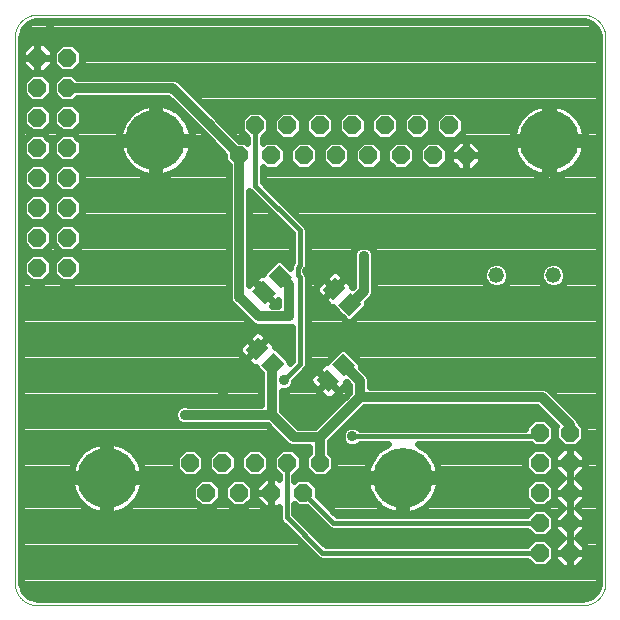
<source format=gbl>
G75*
%MOIN*%
%OFA0B0*%
%FSLAX25Y25*%
%IPPOS*%
%LPD*%
%AMOC8*
5,1,8,0,0,1.08239X$1,22.5*
%
%ADD10C,0.00000*%
%ADD11OC8,0.06000*%
%ADD12C,0.20000*%
%ADD13C,0.05200*%
%ADD14R,0.05118X0.05906*%
%ADD15C,0.03562*%
%ADD16C,0.03200*%
%ADD17C,0.02400*%
%ADD18C,0.01600*%
D10*
X0014700Y0027800D02*
X0196550Y0027800D01*
X0196731Y0027802D01*
X0196912Y0027809D01*
X0197093Y0027820D01*
X0197274Y0027835D01*
X0197454Y0027855D01*
X0197634Y0027879D01*
X0197813Y0027907D01*
X0197991Y0027940D01*
X0198168Y0027977D01*
X0198345Y0028018D01*
X0198520Y0028063D01*
X0198695Y0028113D01*
X0198868Y0028167D01*
X0199039Y0028225D01*
X0199210Y0028287D01*
X0199378Y0028354D01*
X0199545Y0028424D01*
X0199711Y0028498D01*
X0199874Y0028577D01*
X0200035Y0028659D01*
X0200195Y0028745D01*
X0200352Y0028835D01*
X0200507Y0028929D01*
X0200660Y0029026D01*
X0200810Y0029128D01*
X0200958Y0029232D01*
X0201104Y0029341D01*
X0201246Y0029452D01*
X0201386Y0029568D01*
X0201523Y0029686D01*
X0201658Y0029808D01*
X0201789Y0029933D01*
X0201917Y0030061D01*
X0202042Y0030192D01*
X0202164Y0030327D01*
X0202282Y0030464D01*
X0202398Y0030604D01*
X0202509Y0030746D01*
X0202618Y0030892D01*
X0202722Y0031040D01*
X0202824Y0031190D01*
X0202921Y0031343D01*
X0203015Y0031498D01*
X0203105Y0031655D01*
X0203191Y0031815D01*
X0203273Y0031976D01*
X0203352Y0032139D01*
X0203426Y0032305D01*
X0203496Y0032472D01*
X0203563Y0032640D01*
X0203625Y0032811D01*
X0203683Y0032982D01*
X0203737Y0033155D01*
X0203787Y0033330D01*
X0203832Y0033505D01*
X0203873Y0033682D01*
X0203910Y0033859D01*
X0203943Y0034037D01*
X0203971Y0034216D01*
X0203995Y0034396D01*
X0204015Y0034576D01*
X0204030Y0034757D01*
X0204041Y0034938D01*
X0204048Y0035119D01*
X0204050Y0035300D01*
X0204050Y0217150D01*
X0204048Y0217331D01*
X0204041Y0217512D01*
X0204030Y0217693D01*
X0204015Y0217874D01*
X0203995Y0218054D01*
X0203971Y0218234D01*
X0203943Y0218413D01*
X0203910Y0218591D01*
X0203873Y0218768D01*
X0203832Y0218945D01*
X0203787Y0219120D01*
X0203737Y0219295D01*
X0203683Y0219468D01*
X0203625Y0219639D01*
X0203563Y0219810D01*
X0203496Y0219978D01*
X0203426Y0220145D01*
X0203352Y0220311D01*
X0203273Y0220474D01*
X0203191Y0220635D01*
X0203105Y0220795D01*
X0203015Y0220952D01*
X0202921Y0221107D01*
X0202824Y0221260D01*
X0202722Y0221410D01*
X0202618Y0221558D01*
X0202509Y0221704D01*
X0202398Y0221846D01*
X0202282Y0221986D01*
X0202164Y0222123D01*
X0202042Y0222258D01*
X0201917Y0222389D01*
X0201789Y0222517D01*
X0201658Y0222642D01*
X0201523Y0222764D01*
X0201386Y0222882D01*
X0201246Y0222998D01*
X0201104Y0223109D01*
X0200958Y0223218D01*
X0200810Y0223322D01*
X0200660Y0223424D01*
X0200507Y0223521D01*
X0200352Y0223615D01*
X0200195Y0223705D01*
X0200035Y0223791D01*
X0199874Y0223873D01*
X0199711Y0223952D01*
X0199545Y0224026D01*
X0199378Y0224096D01*
X0199210Y0224163D01*
X0199039Y0224225D01*
X0198868Y0224283D01*
X0198695Y0224337D01*
X0198520Y0224387D01*
X0198345Y0224432D01*
X0198168Y0224473D01*
X0197991Y0224510D01*
X0197813Y0224543D01*
X0197634Y0224571D01*
X0197454Y0224595D01*
X0197274Y0224615D01*
X0197093Y0224630D01*
X0196912Y0224641D01*
X0196731Y0224648D01*
X0196550Y0224650D01*
X0014700Y0224650D01*
X0014519Y0224648D01*
X0014338Y0224641D01*
X0014157Y0224630D01*
X0013976Y0224615D01*
X0013796Y0224595D01*
X0013616Y0224571D01*
X0013437Y0224543D01*
X0013259Y0224510D01*
X0013082Y0224473D01*
X0012905Y0224432D01*
X0012730Y0224387D01*
X0012555Y0224337D01*
X0012382Y0224283D01*
X0012211Y0224225D01*
X0012040Y0224163D01*
X0011872Y0224096D01*
X0011705Y0224026D01*
X0011539Y0223952D01*
X0011376Y0223873D01*
X0011215Y0223791D01*
X0011055Y0223705D01*
X0010898Y0223615D01*
X0010743Y0223521D01*
X0010590Y0223424D01*
X0010440Y0223322D01*
X0010292Y0223218D01*
X0010146Y0223109D01*
X0010004Y0222998D01*
X0009864Y0222882D01*
X0009727Y0222764D01*
X0009592Y0222642D01*
X0009461Y0222517D01*
X0009333Y0222389D01*
X0009208Y0222258D01*
X0009086Y0222123D01*
X0008968Y0221986D01*
X0008852Y0221846D01*
X0008741Y0221704D01*
X0008632Y0221558D01*
X0008528Y0221410D01*
X0008426Y0221260D01*
X0008329Y0221107D01*
X0008235Y0220952D01*
X0008145Y0220795D01*
X0008059Y0220635D01*
X0007977Y0220474D01*
X0007898Y0220311D01*
X0007824Y0220145D01*
X0007754Y0219978D01*
X0007687Y0219810D01*
X0007625Y0219639D01*
X0007567Y0219468D01*
X0007513Y0219295D01*
X0007463Y0219120D01*
X0007418Y0218945D01*
X0007377Y0218768D01*
X0007340Y0218591D01*
X0007307Y0218413D01*
X0007279Y0218234D01*
X0007255Y0218054D01*
X0007235Y0217874D01*
X0007220Y0217693D01*
X0007209Y0217512D01*
X0007202Y0217331D01*
X0007200Y0217150D01*
X0007200Y0035300D01*
X0007202Y0035119D01*
X0007209Y0034938D01*
X0007220Y0034757D01*
X0007235Y0034576D01*
X0007255Y0034396D01*
X0007279Y0034216D01*
X0007307Y0034037D01*
X0007340Y0033859D01*
X0007377Y0033682D01*
X0007418Y0033505D01*
X0007463Y0033330D01*
X0007513Y0033155D01*
X0007567Y0032982D01*
X0007625Y0032811D01*
X0007687Y0032640D01*
X0007754Y0032472D01*
X0007824Y0032305D01*
X0007898Y0032139D01*
X0007977Y0031976D01*
X0008059Y0031815D01*
X0008145Y0031655D01*
X0008235Y0031498D01*
X0008329Y0031343D01*
X0008426Y0031190D01*
X0008528Y0031040D01*
X0008632Y0030892D01*
X0008741Y0030746D01*
X0008852Y0030604D01*
X0008968Y0030464D01*
X0009086Y0030327D01*
X0009208Y0030192D01*
X0009333Y0030061D01*
X0009461Y0029933D01*
X0009592Y0029808D01*
X0009727Y0029686D01*
X0009864Y0029568D01*
X0010004Y0029452D01*
X0010146Y0029341D01*
X0010292Y0029232D01*
X0010440Y0029128D01*
X0010590Y0029026D01*
X0010743Y0028929D01*
X0010898Y0028835D01*
X0011055Y0028745D01*
X0011215Y0028659D01*
X0011376Y0028577D01*
X0011539Y0028498D01*
X0011705Y0028424D01*
X0011872Y0028354D01*
X0012040Y0028287D01*
X0012211Y0028225D01*
X0012382Y0028167D01*
X0012555Y0028113D01*
X0012730Y0028063D01*
X0012905Y0028018D01*
X0013082Y0027977D01*
X0013259Y0027940D01*
X0013437Y0027907D01*
X0013616Y0027879D01*
X0013796Y0027855D01*
X0013976Y0027835D01*
X0014157Y0027820D01*
X0014338Y0027809D01*
X0014519Y0027802D01*
X0014700Y0027800D01*
D11*
X0065600Y0075300D03*
X0071000Y0065300D03*
X0076400Y0075300D03*
X0081800Y0065300D03*
X0087200Y0075300D03*
X0092600Y0065300D03*
X0098000Y0075300D03*
X0103400Y0065300D03*
X0108800Y0075300D03*
X0182200Y0075300D03*
X0182200Y0065300D03*
X0182200Y0055300D03*
X0182200Y0045300D03*
X0192200Y0045300D03*
X0192200Y0055300D03*
X0192200Y0065300D03*
X0192200Y0075300D03*
X0192200Y0085300D03*
X0182200Y0085300D03*
X0157500Y0177800D03*
X0152100Y0187800D03*
X0146700Y0177800D03*
X0141300Y0187800D03*
X0135900Y0177800D03*
X0130500Y0187800D03*
X0125100Y0177800D03*
X0119700Y0187800D03*
X0114300Y0177800D03*
X0108900Y0187800D03*
X0103500Y0177800D03*
X0098100Y0187800D03*
X0092700Y0177800D03*
X0087300Y0187800D03*
X0081900Y0177800D03*
X0024700Y0180300D03*
X0024700Y0170300D03*
X0024700Y0160300D03*
X0024700Y0150300D03*
X0024700Y0140300D03*
X0014700Y0140300D03*
X0014700Y0150300D03*
X0014700Y0160300D03*
X0014700Y0170300D03*
X0014700Y0180300D03*
X0014700Y0190300D03*
X0014700Y0200300D03*
X0014700Y0210300D03*
X0024700Y0210300D03*
X0024700Y0200300D03*
X0024700Y0190300D03*
D12*
X0054100Y0182800D03*
X0037900Y0070300D03*
X0136500Y0070300D03*
X0185300Y0182800D03*
D13*
X0186700Y0137800D03*
X0167700Y0137800D03*
D14*
G36*
X0119239Y0131918D02*
X0122858Y0128299D01*
X0118683Y0124124D01*
X0115064Y0127743D01*
X0119239Y0131918D01*
G37*
G36*
X0113949Y0137208D02*
X0117568Y0133589D01*
X0113393Y0129414D01*
X0109774Y0133033D01*
X0113949Y0137208D01*
G37*
G36*
X0091680Y0137705D02*
X0095299Y0141324D01*
X0099474Y0137149D01*
X0095855Y0133530D01*
X0091680Y0137705D01*
G37*
G36*
X0086391Y0132416D02*
X0090010Y0136035D01*
X0094185Y0131860D01*
X0090566Y0128241D01*
X0086391Y0132416D01*
G37*
G36*
X0088217Y0117208D02*
X0091836Y0113589D01*
X0087661Y0109414D01*
X0084042Y0113033D01*
X0088217Y0117208D01*
G37*
G36*
X0093507Y0111918D02*
X0097126Y0108299D01*
X0092951Y0104124D01*
X0089332Y0107743D01*
X0093507Y0111918D01*
G37*
G36*
X0107641Y0102933D02*
X0111260Y0106552D01*
X0115435Y0102377D01*
X0111816Y0098758D01*
X0107641Y0102933D01*
G37*
G36*
X0112930Y0108223D02*
X0116549Y0111842D01*
X0120724Y0107667D01*
X0117105Y0104048D01*
X0112930Y0108223D01*
G37*
D15*
X0110950Y0102800D03*
X0106575Y0089050D03*
X0096784Y0102800D03*
X0098450Y0124050D03*
X0104700Y0139050D03*
X0112825Y0132800D03*
X0123450Y0144050D03*
X0124700Y0119050D03*
X0119700Y0084050D03*
X0158450Y0089050D03*
X0100950Y0161550D03*
X0087825Y0152175D03*
X0075950Y0166550D03*
X0073450Y0138425D03*
X0069700Y0119050D03*
X0076575Y0097800D03*
X0063918Y0091297D03*
X0163450Y0164050D03*
X0019075Y0221550D03*
D16*
X0024700Y0200300D02*
X0059700Y0200300D01*
X0072200Y0187800D01*
X0081900Y0177800D01*
X0081900Y0130600D01*
X0088450Y0124050D01*
X0098450Y0124050D01*
X0098450Y0134554D01*
X0095577Y0137427D01*
X0118961Y0128021D02*
X0123450Y0132511D01*
X0123450Y0144050D01*
X0116827Y0107945D02*
X0122121Y0102651D01*
X0122121Y0097175D01*
X0182825Y0097175D01*
X0192200Y0087800D01*
X0192200Y0085300D01*
X0122121Y0097175D02*
X0108800Y0083854D01*
X0100246Y0083854D01*
X0092803Y0091297D01*
X0092803Y0107596D01*
X0093229Y0108021D01*
X0092803Y0091297D02*
X0063918Y0091297D01*
X0108800Y0083854D02*
X0108800Y0075300D01*
D17*
X0104881Y0078169D02*
X0101919Y0078169D01*
X0102800Y0077288D02*
X0099988Y0080100D01*
X0096012Y0080100D01*
X0093200Y0077288D01*
X0093200Y0073312D01*
X0095225Y0071287D01*
X0095225Y0070029D01*
X0094754Y0070500D01*
X0092600Y0070500D01*
X0092600Y0065300D01*
X0092600Y0065300D01*
X0092600Y0060100D01*
X0094754Y0060100D01*
X0095225Y0060571D01*
X0095225Y0056658D01*
X0095621Y0055702D01*
X0096352Y0054971D01*
X0108227Y0043096D01*
X0109183Y0042700D01*
X0178012Y0042700D01*
X0180212Y0040500D01*
X0184188Y0040500D01*
X0187000Y0043312D01*
X0187000Y0047288D01*
X0184188Y0050100D01*
X0180212Y0050100D01*
X0178012Y0047900D01*
X0110777Y0047900D01*
X0100425Y0058252D01*
X0100425Y0061487D01*
X0101412Y0060500D01*
X0104523Y0060500D01*
X0111927Y0053096D01*
X0112883Y0052700D01*
X0178012Y0052700D01*
X0180212Y0050500D01*
X0184188Y0050500D01*
X0187000Y0053312D01*
X0187000Y0057288D01*
X0184188Y0060100D01*
X0180212Y0060100D01*
X0178012Y0057900D01*
X0114477Y0057900D01*
X0108200Y0064177D01*
X0108200Y0067288D01*
X0105388Y0070100D01*
X0101412Y0070100D01*
X0100425Y0069113D01*
X0100425Y0070937D01*
X0102800Y0073312D01*
X0102800Y0077288D01*
X0104000Y0077288D02*
X0104000Y0073312D01*
X0106812Y0070500D01*
X0110788Y0070500D01*
X0113600Y0073312D01*
X0113600Y0077288D01*
X0112200Y0078688D01*
X0112200Y0082446D01*
X0123529Y0093775D01*
X0181417Y0093775D01*
X0187652Y0087540D01*
X0187400Y0087288D01*
X0187400Y0083312D01*
X0190212Y0080500D01*
X0194188Y0080500D01*
X0197000Y0083312D01*
X0197000Y0087288D01*
X0195450Y0088838D01*
X0195082Y0089726D01*
X0194126Y0090682D01*
X0184751Y0100057D01*
X0183501Y0100575D01*
X0125521Y0100575D01*
X0125521Y0103327D01*
X0125003Y0104577D01*
X0124047Y0105533D01*
X0122524Y0107056D01*
X0122524Y0108412D01*
X0117294Y0113642D01*
X0115803Y0113642D01*
X0111129Y0108969D01*
X0111129Y0108753D01*
X0110970Y0108753D01*
X0110410Y0108603D01*
X0109908Y0108313D01*
X0107950Y0106355D01*
X0111537Y0102768D01*
X0111425Y0102655D01*
X0111537Y0102543D01*
X0108229Y0099234D01*
X0110465Y0096997D01*
X0110967Y0096708D01*
X0111526Y0096558D01*
X0112106Y0096558D01*
X0112665Y0096708D01*
X0113167Y0096997D01*
X0115125Y0098955D01*
X0111538Y0102543D01*
X0111650Y0102655D01*
X0115237Y0099068D01*
X0117195Y0101026D01*
X0117485Y0101528D01*
X0117635Y0102087D01*
X0117635Y0102247D01*
X0117716Y0102247D01*
X0118721Y0101243D01*
X0118721Y0098583D01*
X0107392Y0087254D01*
X0101654Y0087254D01*
X0096203Y0092705D01*
X0096203Y0099219D01*
X0097497Y0099219D01*
X0098813Y0099764D01*
X0099820Y0100771D01*
X0100365Y0102088D01*
X0100365Y0102704D01*
X0103673Y0106012D01*
X0104404Y0106743D01*
X0104800Y0107699D01*
X0104800Y0137568D01*
X0104404Y0138524D01*
X0104119Y0138809D01*
X0104119Y0139291D01*
X0104404Y0139576D01*
X0104800Y0140532D01*
X0104800Y0153317D01*
X0104404Y0154273D01*
X0089900Y0168777D01*
X0089900Y0173812D01*
X0090712Y0173000D01*
X0094688Y0173000D01*
X0097500Y0175812D01*
X0097500Y0179788D01*
X0094688Y0182600D01*
X0090712Y0182600D01*
X0089900Y0181788D01*
X0089900Y0183612D01*
X0092100Y0185812D01*
X0092100Y0189788D01*
X0089288Y0192600D01*
X0085312Y0192600D01*
X0082500Y0189788D01*
X0082500Y0185812D01*
X0084700Y0183612D01*
X0084700Y0181788D01*
X0083888Y0182600D01*
X0081981Y0182600D01*
X0075093Y0189701D01*
X0075082Y0189726D01*
X0074622Y0190186D01*
X0074170Y0190653D01*
X0074145Y0190663D01*
X0061626Y0203182D01*
X0060376Y0203700D01*
X0028088Y0203700D01*
X0026688Y0205100D01*
X0022712Y0205100D01*
X0019900Y0202288D01*
X0019900Y0198312D01*
X0022712Y0195500D01*
X0026688Y0195500D01*
X0028088Y0196900D01*
X0058292Y0196900D01*
X0069777Y0185414D01*
X0077100Y0177865D01*
X0077100Y0175812D01*
X0078500Y0174412D01*
X0078500Y0129924D01*
X0079018Y0128674D01*
X0086524Y0121168D01*
X0087774Y0120650D01*
X0097300Y0120650D01*
X0097738Y0120469D01*
X0099162Y0120469D01*
X0099600Y0120650D01*
X0099600Y0109293D01*
X0098926Y0108619D01*
X0098926Y0109045D01*
X0094253Y0113719D01*
X0094037Y0113719D01*
X0094037Y0113879D01*
X0093887Y0114438D01*
X0093597Y0114940D01*
X0091639Y0116898D01*
X0088052Y0113311D01*
X0087939Y0113423D01*
X0087827Y0113311D01*
X0084518Y0116620D01*
X0082281Y0114383D01*
X0081992Y0113882D01*
X0081842Y0113322D01*
X0081842Y0112743D01*
X0081992Y0112183D01*
X0082281Y0111682D01*
X0084239Y0109723D01*
X0087827Y0113311D01*
X0087939Y0113198D01*
X0084352Y0109611D01*
X0086310Y0107653D01*
X0086812Y0107363D01*
X0087371Y0107213D01*
X0087531Y0107213D01*
X0087531Y0106997D01*
X0089403Y0105125D01*
X0089403Y0094697D01*
X0065067Y0094697D01*
X0064630Y0094878D01*
X0063205Y0094878D01*
X0061889Y0094333D01*
X0060882Y0093325D01*
X0060336Y0092009D01*
X0060336Y0090585D01*
X0060882Y0089268D01*
X0061889Y0088261D01*
X0063205Y0087716D01*
X0064630Y0087716D01*
X0065067Y0087897D01*
X0091395Y0087897D01*
X0097363Y0081928D01*
X0098320Y0080972D01*
X0099569Y0080454D01*
X0105400Y0080454D01*
X0105400Y0078688D01*
X0104000Y0077288D01*
X0104000Y0075770D02*
X0102800Y0075770D01*
X0102800Y0073372D02*
X0104000Y0073372D01*
X0106339Y0070973D02*
X0100461Y0070973D01*
X0095225Y0070973D02*
X0089661Y0070973D01*
X0089188Y0070500D02*
X0092000Y0073312D01*
X0092000Y0077288D01*
X0089188Y0080100D01*
X0085212Y0080100D01*
X0082400Y0077288D01*
X0082400Y0073312D01*
X0085212Y0070500D01*
X0089188Y0070500D01*
X0090446Y0070500D02*
X0087400Y0067454D01*
X0087400Y0065300D01*
X0092600Y0065300D01*
X0092600Y0065300D01*
X0092600Y0065300D01*
X0092600Y0070500D01*
X0090446Y0070500D01*
X0088521Y0068575D02*
X0085314Y0068575D01*
X0086600Y0067288D02*
X0083788Y0070100D01*
X0079812Y0070100D01*
X0077000Y0067288D01*
X0077000Y0063312D01*
X0079812Y0060500D01*
X0083788Y0060500D01*
X0086600Y0063312D01*
X0086600Y0067288D01*
X0086600Y0066176D02*
X0087400Y0066176D01*
X0087400Y0065300D02*
X0087400Y0063146D01*
X0090446Y0060100D01*
X0092600Y0060100D01*
X0092600Y0065300D01*
X0087400Y0065300D01*
X0087400Y0063778D02*
X0086600Y0063778D01*
X0084667Y0061379D02*
X0089167Y0061379D01*
X0092600Y0061379D02*
X0092600Y0061379D01*
X0092600Y0063778D02*
X0092600Y0063778D01*
X0092600Y0066176D02*
X0092600Y0066176D01*
X0092600Y0068575D02*
X0092600Y0068575D01*
X0092000Y0073372D02*
X0093200Y0073372D01*
X0093200Y0075770D02*
X0092000Y0075770D01*
X0091119Y0078169D02*
X0094081Y0078169D01*
X0097363Y0081928D02*
X0097363Y0081928D01*
X0096326Y0082966D02*
X0009400Y0082966D01*
X0009400Y0085364D02*
X0093927Y0085364D01*
X0091529Y0087763D02*
X0064743Y0087763D01*
X0063092Y0087763D02*
X0009400Y0087763D01*
X0009400Y0090161D02*
X0060512Y0090161D01*
X0060565Y0092560D02*
X0009400Y0092560D01*
X0009400Y0094958D02*
X0089403Y0094958D01*
X0089403Y0097357D02*
X0009400Y0097357D01*
X0009400Y0099755D02*
X0089403Y0099755D01*
X0089403Y0102154D02*
X0009400Y0102154D01*
X0009400Y0104552D02*
X0089403Y0104552D01*
X0087578Y0106951D02*
X0009400Y0106951D01*
X0009400Y0109349D02*
X0084613Y0109349D01*
X0086264Y0111748D02*
X0086489Y0111748D01*
X0087939Y0113423D02*
X0084630Y0116732D01*
X0086867Y0118969D01*
X0087368Y0119258D01*
X0087928Y0119408D01*
X0088507Y0119408D01*
X0089067Y0119258D01*
X0089568Y0118969D01*
X0091526Y0117011D01*
X0087939Y0113423D01*
X0087216Y0114146D02*
X0086991Y0114146D01*
X0088662Y0114146D02*
X0088887Y0114146D01*
X0091061Y0116545D02*
X0091286Y0116545D01*
X0091992Y0116545D02*
X0099600Y0116545D01*
X0099600Y0118943D02*
X0089594Y0118943D01*
X0086842Y0118943D02*
X0009400Y0118943D01*
X0009400Y0116545D02*
X0084443Y0116545D01*
X0084593Y0116545D02*
X0084818Y0116545D01*
X0082145Y0114146D02*
X0009400Y0114146D01*
X0009400Y0111748D02*
X0082243Y0111748D01*
X0086350Y0121342D02*
X0009400Y0121342D01*
X0009400Y0123740D02*
X0083951Y0123740D01*
X0081553Y0126139D02*
X0009400Y0126139D01*
X0009400Y0128537D02*
X0079154Y0128537D01*
X0078500Y0130936D02*
X0009400Y0130936D01*
X0009400Y0133334D02*
X0078500Y0133334D01*
X0078500Y0135733D02*
X0026921Y0135733D01*
X0026688Y0135500D02*
X0029500Y0138312D01*
X0029500Y0142288D01*
X0026688Y0145100D01*
X0022712Y0145100D01*
X0019900Y0142288D01*
X0019900Y0138312D01*
X0022712Y0135500D01*
X0026688Y0135500D01*
X0029320Y0138132D02*
X0078500Y0138132D01*
X0078500Y0140530D02*
X0029500Y0140530D01*
X0028860Y0142929D02*
X0078500Y0142929D01*
X0078500Y0145327D02*
X0009400Y0145327D01*
X0009400Y0142929D02*
X0010540Y0142929D01*
X0009900Y0142288D02*
X0012712Y0145100D01*
X0016688Y0145100D01*
X0019500Y0142288D01*
X0019500Y0138312D01*
X0016688Y0135500D01*
X0012712Y0135500D01*
X0009900Y0138312D01*
X0009900Y0142288D01*
X0009900Y0140530D02*
X0009400Y0140530D01*
X0009400Y0138132D02*
X0010080Y0138132D01*
X0009400Y0135733D02*
X0012479Y0135733D01*
X0016921Y0135733D02*
X0022479Y0135733D01*
X0020080Y0138132D02*
X0019320Y0138132D01*
X0019500Y0140530D02*
X0019900Y0140530D01*
X0020540Y0142929D02*
X0018860Y0142929D01*
X0022712Y0145500D02*
X0026688Y0145500D01*
X0029500Y0148312D01*
X0029500Y0152288D01*
X0026688Y0155100D01*
X0022712Y0155100D01*
X0019900Y0152288D01*
X0019900Y0148312D01*
X0022712Y0145500D01*
X0020486Y0147726D02*
X0018914Y0147726D01*
X0019500Y0148312D02*
X0016688Y0145500D01*
X0012712Y0145500D01*
X0009900Y0148312D01*
X0009900Y0152288D01*
X0012712Y0155100D01*
X0016688Y0155100D01*
X0019500Y0152288D01*
X0019500Y0148312D01*
X0019500Y0150124D02*
X0019900Y0150124D01*
X0020134Y0152523D02*
X0019266Y0152523D01*
X0016867Y0154921D02*
X0022533Y0154921D01*
X0022712Y0155500D02*
X0026688Y0155500D01*
X0029500Y0158312D01*
X0029500Y0162288D01*
X0026688Y0165100D01*
X0022712Y0165100D01*
X0019900Y0162288D01*
X0019900Y0158312D01*
X0022712Y0155500D01*
X0020892Y0157320D02*
X0018508Y0157320D01*
X0019500Y0158312D02*
X0016688Y0155500D01*
X0012712Y0155500D01*
X0009900Y0158312D01*
X0009900Y0162288D01*
X0012712Y0165100D01*
X0016688Y0165100D01*
X0019500Y0162288D01*
X0019500Y0158312D01*
X0019500Y0159718D02*
X0019900Y0159718D01*
X0019900Y0162117D02*
X0019500Y0162117D01*
X0017273Y0164515D02*
X0022127Y0164515D01*
X0022712Y0165500D02*
X0026688Y0165500D01*
X0029500Y0168312D01*
X0029500Y0172288D01*
X0026688Y0175100D01*
X0022712Y0175100D01*
X0019900Y0172288D01*
X0019900Y0168312D01*
X0022712Y0165500D01*
X0021298Y0166914D02*
X0018102Y0166914D01*
X0019500Y0168312D02*
X0016688Y0165500D01*
X0012712Y0165500D01*
X0009900Y0168312D01*
X0009900Y0172288D01*
X0012712Y0175100D01*
X0016688Y0175100D01*
X0019500Y0172288D01*
X0019500Y0168312D01*
X0019500Y0169312D02*
X0019900Y0169312D01*
X0019900Y0171711D02*
X0019500Y0171711D01*
X0017679Y0174109D02*
X0021721Y0174109D01*
X0022712Y0175500D02*
X0026688Y0175500D01*
X0029500Y0178312D01*
X0029500Y0182288D01*
X0026688Y0185100D01*
X0022712Y0185100D01*
X0019900Y0182288D01*
X0019900Y0178312D01*
X0022712Y0175500D01*
X0021704Y0176508D02*
X0017696Y0176508D01*
X0016688Y0175500D02*
X0019500Y0178312D01*
X0019500Y0182288D01*
X0016688Y0185100D01*
X0012712Y0185100D01*
X0009900Y0182288D01*
X0009900Y0178312D01*
X0012712Y0175500D01*
X0016688Y0175500D01*
X0019500Y0178906D02*
X0019900Y0178906D01*
X0019900Y0181305D02*
X0019500Y0181305D01*
X0018085Y0183703D02*
X0021315Y0183703D01*
X0022712Y0185500D02*
X0026688Y0185500D01*
X0029500Y0188312D01*
X0029500Y0192288D01*
X0026688Y0195100D01*
X0022712Y0195100D01*
X0019900Y0192288D01*
X0019900Y0188312D01*
X0022712Y0185500D01*
X0022110Y0186102D02*
X0017290Y0186102D01*
X0016688Y0185500D02*
X0019500Y0188312D01*
X0019500Y0192288D01*
X0016688Y0195100D01*
X0012712Y0195100D01*
X0009900Y0192288D01*
X0009900Y0188312D01*
X0012712Y0185500D01*
X0016688Y0185500D01*
X0019500Y0188500D02*
X0019900Y0188500D01*
X0019900Y0190899D02*
X0019500Y0190899D01*
X0018491Y0193297D02*
X0020909Y0193297D01*
X0022516Y0195696D02*
X0016884Y0195696D01*
X0016688Y0195500D02*
X0019500Y0198312D01*
X0019500Y0202288D01*
X0016688Y0205100D01*
X0012712Y0205100D01*
X0009900Y0202288D01*
X0009900Y0198312D01*
X0012712Y0195500D01*
X0016688Y0195500D01*
X0019283Y0198094D02*
X0020117Y0198094D01*
X0019900Y0200493D02*
X0019500Y0200493D01*
X0018897Y0202891D02*
X0020503Y0202891D01*
X0022712Y0205500D02*
X0026688Y0205500D01*
X0029500Y0208312D01*
X0029500Y0212288D01*
X0026688Y0215100D01*
X0022712Y0215100D01*
X0019900Y0212288D01*
X0019900Y0208312D01*
X0022712Y0205500D01*
X0020523Y0207688D02*
X0019442Y0207688D01*
X0019900Y0208146D02*
X0019900Y0210300D01*
X0019900Y0212454D01*
X0016854Y0215500D01*
X0014700Y0215500D01*
X0014700Y0210300D01*
X0014700Y0210300D01*
X0019900Y0210300D01*
X0014700Y0210300D01*
X0014700Y0210300D01*
X0014700Y0210300D01*
X0009500Y0210300D01*
X0009500Y0212454D01*
X0012546Y0215500D01*
X0014700Y0215500D01*
X0014700Y0210300D01*
X0014700Y0205100D01*
X0016854Y0205100D01*
X0019900Y0208146D01*
X0019900Y0210087D02*
X0019900Y0210087D01*
X0019869Y0212485D02*
X0020097Y0212485D01*
X0022496Y0214884D02*
X0017470Y0214884D01*
X0014700Y0214884D02*
X0014700Y0214884D01*
X0014700Y0212485D02*
X0014700Y0212485D01*
X0014700Y0210300D02*
X0009500Y0210300D01*
X0009500Y0208146D01*
X0012546Y0205100D01*
X0014700Y0205100D01*
X0014700Y0210300D01*
X0014700Y0210300D01*
X0014700Y0210087D02*
X0014700Y0210087D01*
X0014700Y0207688D02*
X0014700Y0207688D01*
X0014700Y0205290D02*
X0014700Y0205290D01*
X0017044Y0205290D02*
X0201850Y0205290D01*
X0201850Y0207688D02*
X0028877Y0207688D01*
X0029500Y0210087D02*
X0201850Y0210087D01*
X0201850Y0212485D02*
X0029303Y0212485D01*
X0026904Y0214884D02*
X0201850Y0214884D01*
X0201850Y0217150D02*
X0201850Y0035300D01*
X0201785Y0034471D01*
X0201273Y0032894D01*
X0200298Y0031552D01*
X0198957Y0030578D01*
X0197379Y0030065D01*
X0196550Y0030000D01*
X0014700Y0030000D01*
X0013871Y0030065D01*
X0012294Y0030578D01*
X0010952Y0031552D01*
X0009978Y0032894D01*
X0009465Y0034471D01*
X0009400Y0035300D01*
X0009400Y0217150D01*
X0009465Y0217979D01*
X0009978Y0219557D01*
X0010952Y0220898D01*
X0012294Y0221873D01*
X0013871Y0222385D01*
X0014700Y0222450D01*
X0196550Y0222450D01*
X0197379Y0222385D01*
X0198957Y0221873D01*
X0200298Y0220898D01*
X0201273Y0219557D01*
X0201785Y0217979D01*
X0201850Y0217150D01*
X0201840Y0217282D02*
X0009410Y0217282D01*
X0009400Y0214884D02*
X0011930Y0214884D01*
X0009531Y0212485D02*
X0009400Y0212485D01*
X0009400Y0210087D02*
X0009500Y0210087D01*
X0009400Y0207688D02*
X0009958Y0207688D01*
X0009400Y0205290D02*
X0012356Y0205290D01*
X0010503Y0202891D02*
X0009400Y0202891D01*
X0009400Y0200493D02*
X0009900Y0200493D01*
X0010117Y0198094D02*
X0009400Y0198094D01*
X0009400Y0195696D02*
X0012516Y0195696D01*
X0010909Y0193297D02*
X0009400Y0193297D01*
X0009400Y0190899D02*
X0009900Y0190899D01*
X0009900Y0188500D02*
X0009400Y0188500D01*
X0009400Y0186102D02*
X0012110Y0186102D01*
X0011315Y0183703D02*
X0009400Y0183703D01*
X0009400Y0181305D02*
X0009900Y0181305D01*
X0009900Y0178906D02*
X0009400Y0178906D01*
X0009400Y0176508D02*
X0011704Y0176508D01*
X0011721Y0174109D02*
X0009400Y0174109D01*
X0009400Y0171711D02*
X0009900Y0171711D01*
X0009900Y0169312D02*
X0009400Y0169312D01*
X0009400Y0166914D02*
X0011298Y0166914D01*
X0012127Y0164515D02*
X0009400Y0164515D01*
X0009400Y0162117D02*
X0009900Y0162117D01*
X0009900Y0159718D02*
X0009400Y0159718D01*
X0009400Y0157320D02*
X0010892Y0157320D01*
X0009400Y0154921D02*
X0012533Y0154921D01*
X0010134Y0152523D02*
X0009400Y0152523D01*
X0009400Y0150124D02*
X0009900Y0150124D01*
X0009400Y0147726D02*
X0010486Y0147726D01*
X0026867Y0154921D02*
X0078500Y0154921D01*
X0078500Y0152523D02*
X0029266Y0152523D01*
X0029500Y0150124D02*
X0078500Y0150124D01*
X0078500Y0147726D02*
X0028914Y0147726D01*
X0028508Y0157320D02*
X0078500Y0157320D01*
X0078500Y0159718D02*
X0029500Y0159718D01*
X0029500Y0162117D02*
X0078500Y0162117D01*
X0078500Y0164515D02*
X0027273Y0164515D01*
X0028102Y0166914D02*
X0078500Y0166914D01*
X0078500Y0169312D02*
X0029500Y0169312D01*
X0029500Y0171711D02*
X0049009Y0171711D01*
X0049424Y0171511D02*
X0050717Y0171058D01*
X0052053Y0170753D01*
X0052900Y0170658D01*
X0052900Y0181600D01*
X0055300Y0181600D01*
X0055300Y0184000D01*
X0066242Y0184000D01*
X0066147Y0184847D01*
X0065842Y0186183D01*
X0065389Y0187476D01*
X0064795Y0188711D01*
X0064066Y0189871D01*
X0063211Y0190942D01*
X0062242Y0191911D01*
X0061171Y0192766D01*
X0060011Y0193495D01*
X0058776Y0194089D01*
X0057483Y0194542D01*
X0056147Y0194847D01*
X0055300Y0194942D01*
X0055300Y0184000D01*
X0052900Y0184000D01*
X0052900Y0194942D01*
X0052053Y0194847D01*
X0050717Y0194542D01*
X0049424Y0194089D01*
X0048189Y0193495D01*
X0047029Y0192766D01*
X0045958Y0191911D01*
X0044989Y0190942D01*
X0044134Y0189871D01*
X0043405Y0188711D01*
X0042811Y0187476D01*
X0042358Y0186183D01*
X0042053Y0184847D01*
X0041958Y0184000D01*
X0052900Y0184000D01*
X0052900Y0181600D01*
X0041958Y0181600D01*
X0042053Y0180753D01*
X0042358Y0179417D01*
X0042811Y0178124D01*
X0043405Y0176889D01*
X0044134Y0175729D01*
X0044989Y0174658D01*
X0045958Y0173689D01*
X0047029Y0172834D01*
X0048189Y0172105D01*
X0049424Y0171511D01*
X0052900Y0171711D02*
X0055300Y0171711D01*
X0055300Y0170658D02*
X0056147Y0170753D01*
X0057483Y0171058D01*
X0058776Y0171511D01*
X0060011Y0172105D01*
X0061171Y0172834D01*
X0062242Y0173689D01*
X0063211Y0174658D01*
X0064066Y0175729D01*
X0064795Y0176889D01*
X0065389Y0178124D01*
X0065842Y0179417D01*
X0066147Y0180753D01*
X0066242Y0181600D01*
X0055300Y0181600D01*
X0055300Y0170658D01*
X0055300Y0174109D02*
X0052900Y0174109D01*
X0052900Y0176508D02*
X0055300Y0176508D01*
X0055300Y0178906D02*
X0052900Y0178906D01*
X0052900Y0181305D02*
X0055300Y0181305D01*
X0055300Y0183703D02*
X0071437Y0183703D01*
X0073764Y0181305D02*
X0066209Y0181305D01*
X0065663Y0178906D02*
X0076090Y0178906D01*
X0077100Y0176508D02*
X0064555Y0176508D01*
X0062663Y0174109D02*
X0078500Y0174109D01*
X0078500Y0171711D02*
X0059191Y0171711D01*
X0052900Y0183703D02*
X0028085Y0183703D01*
X0027290Y0186102D02*
X0042340Y0186102D01*
X0043304Y0188500D02*
X0029500Y0188500D01*
X0029500Y0190899D02*
X0044954Y0190899D01*
X0047875Y0193297D02*
X0028491Y0193297D01*
X0026884Y0195696D02*
X0059496Y0195696D01*
X0060325Y0193297D02*
X0061894Y0193297D01*
X0063246Y0190899D02*
X0064293Y0190899D01*
X0064896Y0188500D02*
X0066691Y0188500D01*
X0065860Y0186102D02*
X0069090Y0186102D01*
X0073910Y0190899D02*
X0083611Y0190899D01*
X0082500Y0188500D02*
X0076257Y0188500D01*
X0078584Y0186102D02*
X0082500Y0186102D01*
X0080911Y0183703D02*
X0084609Y0183703D01*
X0089991Y0183703D02*
X0095409Y0183703D01*
X0096112Y0183000D02*
X0100088Y0183000D01*
X0102900Y0185812D01*
X0102900Y0189788D01*
X0100088Y0192600D01*
X0096112Y0192600D01*
X0093300Y0189788D01*
X0093300Y0185812D01*
X0096112Y0183000D01*
X0095983Y0181305D02*
X0100217Y0181305D01*
X0101512Y0182600D02*
X0098700Y0179788D01*
X0098700Y0175812D01*
X0101512Y0173000D01*
X0105488Y0173000D01*
X0108300Y0175812D01*
X0108300Y0179788D01*
X0105488Y0182600D01*
X0101512Y0182600D01*
X0100791Y0183703D02*
X0106209Y0183703D01*
X0106912Y0183000D02*
X0104100Y0185812D01*
X0104100Y0189788D01*
X0106912Y0192600D01*
X0110888Y0192600D01*
X0113700Y0189788D01*
X0113700Y0185812D01*
X0110888Y0183000D01*
X0106912Y0183000D01*
X0106783Y0181305D02*
X0111017Y0181305D01*
X0112312Y0182600D02*
X0109500Y0179788D01*
X0109500Y0175812D01*
X0112312Y0173000D01*
X0116288Y0173000D01*
X0119100Y0175812D01*
X0119100Y0179788D01*
X0116288Y0182600D01*
X0112312Y0182600D01*
X0111591Y0183703D02*
X0117009Y0183703D01*
X0117712Y0183000D02*
X0114900Y0185812D01*
X0114900Y0189788D01*
X0117712Y0192600D01*
X0121688Y0192600D01*
X0124500Y0189788D01*
X0124500Y0185812D01*
X0121688Y0183000D01*
X0117712Y0183000D01*
X0117583Y0181305D02*
X0121817Y0181305D01*
X0123112Y0182600D02*
X0120300Y0179788D01*
X0120300Y0175812D01*
X0123112Y0173000D01*
X0127088Y0173000D01*
X0129900Y0175812D01*
X0129900Y0179788D01*
X0127088Y0182600D01*
X0123112Y0182600D01*
X0122391Y0183703D02*
X0127809Y0183703D01*
X0128512Y0183000D02*
X0132488Y0183000D01*
X0135300Y0185812D01*
X0135300Y0189788D01*
X0132488Y0192600D01*
X0128512Y0192600D01*
X0125700Y0189788D01*
X0125700Y0185812D01*
X0128512Y0183000D01*
X0128383Y0181305D02*
X0132617Y0181305D01*
X0133912Y0182600D02*
X0131100Y0179788D01*
X0131100Y0175812D01*
X0133912Y0173000D01*
X0137888Y0173000D01*
X0140700Y0175812D01*
X0140700Y0179788D01*
X0137888Y0182600D01*
X0133912Y0182600D01*
X0133191Y0183703D02*
X0138609Y0183703D01*
X0139312Y0183000D02*
X0143288Y0183000D01*
X0146100Y0185812D01*
X0146100Y0189788D01*
X0143288Y0192600D01*
X0139312Y0192600D01*
X0136500Y0189788D01*
X0136500Y0185812D01*
X0139312Y0183000D01*
X0139183Y0181305D02*
X0143417Y0181305D01*
X0144712Y0182600D02*
X0141900Y0179788D01*
X0141900Y0175812D01*
X0144712Y0173000D01*
X0148688Y0173000D01*
X0151500Y0175812D01*
X0151500Y0179788D01*
X0148688Y0182600D01*
X0144712Y0182600D01*
X0143991Y0183703D02*
X0149409Y0183703D01*
X0150112Y0183000D02*
X0154088Y0183000D01*
X0156900Y0185812D01*
X0156900Y0189788D01*
X0154088Y0192600D01*
X0150112Y0192600D01*
X0147300Y0189788D01*
X0147300Y0185812D01*
X0150112Y0183000D01*
X0149983Y0181305D02*
X0153651Y0181305D01*
X0152300Y0179954D02*
X0152300Y0177800D01*
X0157500Y0177800D01*
X0162700Y0177800D01*
X0162700Y0179954D01*
X0159654Y0183000D01*
X0157500Y0183000D01*
X0157500Y0177800D01*
X0157500Y0177800D01*
X0157500Y0177800D01*
X0162700Y0177800D01*
X0162700Y0175646D01*
X0159654Y0172600D01*
X0157500Y0172600D01*
X0157500Y0177800D01*
X0157500Y0177800D01*
X0157500Y0177800D01*
X0157500Y0183000D01*
X0155346Y0183000D01*
X0152300Y0179954D01*
X0152300Y0178906D02*
X0151500Y0178906D01*
X0152300Y0177800D02*
X0152300Y0175646D01*
X0155346Y0172600D01*
X0157500Y0172600D01*
X0157500Y0177800D01*
X0152300Y0177800D01*
X0152300Y0176508D02*
X0151500Y0176508D01*
X0149797Y0174109D02*
X0153837Y0174109D01*
X0157500Y0174109D02*
X0157500Y0174109D01*
X0157500Y0176508D02*
X0157500Y0176508D01*
X0157500Y0178906D02*
X0157500Y0178906D01*
X0157500Y0181305D02*
X0157500Y0181305D01*
X0154791Y0183703D02*
X0184100Y0183703D01*
X0184100Y0184000D02*
X0184100Y0181600D01*
X0186500Y0181600D01*
X0186500Y0184000D01*
X0197442Y0184000D01*
X0197347Y0184847D01*
X0197042Y0186183D01*
X0196589Y0187476D01*
X0195995Y0188711D01*
X0195266Y0189871D01*
X0194411Y0190942D01*
X0193442Y0191911D01*
X0192371Y0192766D01*
X0191211Y0193495D01*
X0189976Y0194089D01*
X0188683Y0194542D01*
X0187347Y0194847D01*
X0186500Y0194942D01*
X0186500Y0184000D01*
X0184100Y0184000D01*
X0184100Y0194942D01*
X0183253Y0194847D01*
X0181917Y0194542D01*
X0180624Y0194089D01*
X0179389Y0193495D01*
X0178229Y0192766D01*
X0177158Y0191911D01*
X0176189Y0190942D01*
X0175334Y0189871D01*
X0174605Y0188711D01*
X0174011Y0187476D01*
X0173558Y0186183D01*
X0173253Y0184847D01*
X0173158Y0184000D01*
X0184100Y0184000D01*
X0184100Y0186102D02*
X0186500Y0186102D01*
X0186500Y0188500D02*
X0184100Y0188500D01*
X0184100Y0190899D02*
X0186500Y0190899D01*
X0186500Y0193297D02*
X0184100Y0193297D01*
X0179075Y0193297D02*
X0071511Y0193297D01*
X0069113Y0195696D02*
X0201850Y0195696D01*
X0201850Y0198094D02*
X0066714Y0198094D01*
X0064315Y0200493D02*
X0201850Y0200493D01*
X0201850Y0202891D02*
X0061917Y0202891D01*
X0055300Y0193297D02*
X0052900Y0193297D01*
X0052900Y0190899D02*
X0055300Y0190899D01*
X0055300Y0188500D02*
X0052900Y0188500D01*
X0052900Y0186102D02*
X0055300Y0186102D01*
X0045537Y0174109D02*
X0027679Y0174109D01*
X0027696Y0176508D02*
X0043645Y0176508D01*
X0042537Y0178906D02*
X0029500Y0178906D01*
X0029500Y0181305D02*
X0041991Y0181305D01*
X0010068Y0219681D02*
X0201182Y0219681D01*
X0198320Y0222079D02*
X0012930Y0222079D01*
X0085300Y0166023D02*
X0085300Y0134437D01*
X0086588Y0135725D01*
X0090175Y0132138D01*
X0090287Y0132250D01*
X0086700Y0135837D01*
X0088658Y0137795D01*
X0089160Y0138085D01*
X0089720Y0138235D01*
X0089879Y0138235D01*
X0089879Y0138451D01*
X0094553Y0143124D01*
X0096044Y0143124D01*
X0098919Y0140250D01*
X0098919Y0140885D01*
X0099315Y0141840D01*
X0099600Y0142126D01*
X0099600Y0151723D01*
X0085827Y0165496D01*
X0085300Y0166023D01*
X0085300Y0164515D02*
X0086808Y0164515D01*
X0085300Y0162117D02*
X0089206Y0162117D01*
X0091605Y0159718D02*
X0085300Y0159718D01*
X0085300Y0157320D02*
X0094003Y0157320D01*
X0096402Y0154921D02*
X0085300Y0154921D01*
X0085300Y0152523D02*
X0098800Y0152523D01*
X0099600Y0150124D02*
X0085300Y0150124D01*
X0085300Y0147726D02*
X0099600Y0147726D01*
X0099600Y0145327D02*
X0085300Y0145327D01*
X0085300Y0142929D02*
X0094357Y0142929D01*
X0096240Y0142929D02*
X0099600Y0142929D01*
X0098919Y0140530D02*
X0098638Y0140530D01*
X0104567Y0138132D02*
X0111762Y0138132D01*
X0112599Y0138969D02*
X0110362Y0136732D01*
X0113671Y0133423D01*
X0113559Y0133311D01*
X0110250Y0136620D01*
X0108014Y0134383D01*
X0107724Y0133882D01*
X0107574Y0133322D01*
X0107574Y0132743D01*
X0107724Y0132183D01*
X0108014Y0131682D01*
X0109972Y0129723D01*
X0113559Y0133311D01*
X0113671Y0133198D01*
X0110084Y0129611D01*
X0112042Y0127653D01*
X0112544Y0127363D01*
X0113103Y0127213D01*
X0113263Y0127213D01*
X0113263Y0126997D01*
X0117937Y0122324D01*
X0119428Y0122324D01*
X0124658Y0127554D01*
X0124658Y0128911D01*
X0125376Y0129628D01*
X0126332Y0130585D01*
X0126850Y0131834D01*
X0126850Y0142900D01*
X0127031Y0143338D01*
X0127031Y0144762D01*
X0126486Y0146079D01*
X0125479Y0147086D01*
X0124162Y0147631D01*
X0122738Y0147631D01*
X0121421Y0147086D01*
X0120414Y0146079D01*
X0119869Y0144762D01*
X0119869Y0143338D01*
X0120050Y0142900D01*
X0120050Y0133919D01*
X0119850Y0133719D01*
X0119769Y0133719D01*
X0119769Y0133879D01*
X0119619Y0134438D01*
X0119329Y0134940D01*
X0117371Y0136898D01*
X0113784Y0133311D01*
X0113671Y0133423D01*
X0117259Y0137011D01*
X0115301Y0138969D01*
X0114799Y0139258D01*
X0114239Y0139408D01*
X0113660Y0139408D01*
X0113101Y0139258D01*
X0112599Y0138969D01*
X0111362Y0135733D02*
X0111137Y0135733D01*
X0109363Y0135733D02*
X0104800Y0135733D01*
X0104800Y0133334D02*
X0107577Y0133334D01*
X0108759Y0130936D02*
X0104800Y0130936D01*
X0104800Y0128537D02*
X0111158Y0128537D01*
X0111184Y0130936D02*
X0111409Y0130936D01*
X0113535Y0133334D02*
X0113583Y0133334D01*
X0113760Y0133334D02*
X0113808Y0133334D01*
X0115981Y0135733D02*
X0116206Y0135733D01*
X0118536Y0135733D02*
X0120050Y0135733D01*
X0120050Y0138132D02*
X0116138Y0138132D01*
X0120050Y0140530D02*
X0104799Y0140530D01*
X0104800Y0142929D02*
X0120038Y0142929D01*
X0120103Y0145327D02*
X0104800Y0145327D01*
X0104800Y0147726D02*
X0201850Y0147726D01*
X0201850Y0150124D02*
X0104800Y0150124D01*
X0104800Y0152523D02*
X0201850Y0152523D01*
X0201850Y0154921D02*
X0103756Y0154921D01*
X0101357Y0157320D02*
X0201850Y0157320D01*
X0201850Y0159718D02*
X0098959Y0159718D01*
X0096560Y0162117D02*
X0201850Y0162117D01*
X0201850Y0164515D02*
X0094162Y0164515D01*
X0091763Y0166914D02*
X0201850Y0166914D01*
X0201850Y0169312D02*
X0089900Y0169312D01*
X0089900Y0171711D02*
X0180209Y0171711D01*
X0180624Y0171511D02*
X0181917Y0171058D01*
X0183253Y0170753D01*
X0184100Y0170658D01*
X0184100Y0181600D01*
X0173158Y0181600D01*
X0173253Y0180753D01*
X0173558Y0179417D01*
X0174011Y0178124D01*
X0174605Y0176889D01*
X0175334Y0175729D01*
X0176189Y0174658D01*
X0177158Y0173689D01*
X0178229Y0172834D01*
X0179389Y0172105D01*
X0180624Y0171511D01*
X0184100Y0171711D02*
X0186500Y0171711D01*
X0186500Y0170658D02*
X0187347Y0170753D01*
X0188683Y0171058D01*
X0189976Y0171511D01*
X0191211Y0172105D01*
X0192371Y0172834D01*
X0193442Y0173689D01*
X0194411Y0174658D01*
X0195266Y0175729D01*
X0195995Y0176889D01*
X0196589Y0178124D01*
X0197042Y0179417D01*
X0197347Y0180753D01*
X0197442Y0181600D01*
X0186500Y0181600D01*
X0186500Y0170658D01*
X0186500Y0174109D02*
X0184100Y0174109D01*
X0184100Y0176508D02*
X0186500Y0176508D01*
X0186500Y0178906D02*
X0184100Y0178906D01*
X0184100Y0181305D02*
X0186500Y0181305D01*
X0186500Y0183703D02*
X0201850Y0183703D01*
X0201850Y0181305D02*
X0197409Y0181305D01*
X0196863Y0178906D02*
X0201850Y0178906D01*
X0201850Y0176508D02*
X0195755Y0176508D01*
X0193863Y0174109D02*
X0201850Y0174109D01*
X0201850Y0171711D02*
X0190391Y0171711D01*
X0176737Y0174109D02*
X0161163Y0174109D01*
X0162700Y0176508D02*
X0174845Y0176508D01*
X0173737Y0178906D02*
X0162700Y0178906D01*
X0161349Y0181305D02*
X0173191Y0181305D01*
X0173540Y0186102D02*
X0156900Y0186102D01*
X0156900Y0188500D02*
X0174504Y0188500D01*
X0176154Y0190899D02*
X0155789Y0190899D01*
X0148411Y0190899D02*
X0144989Y0190899D01*
X0146100Y0188500D02*
X0147300Y0188500D01*
X0147300Y0186102D02*
X0146100Y0186102D01*
X0141900Y0178906D02*
X0140700Y0178906D01*
X0140700Y0176508D02*
X0141900Y0176508D01*
X0143603Y0174109D02*
X0138997Y0174109D01*
X0132803Y0174109D02*
X0128197Y0174109D01*
X0129900Y0176508D02*
X0131100Y0176508D01*
X0131100Y0178906D02*
X0129900Y0178906D01*
X0125700Y0186102D02*
X0124500Y0186102D01*
X0124500Y0188500D02*
X0125700Y0188500D01*
X0126811Y0190899D02*
X0123389Y0190899D01*
X0116011Y0190899D02*
X0112589Y0190899D01*
X0113700Y0188500D02*
X0114900Y0188500D01*
X0114900Y0186102D02*
X0113700Y0186102D01*
X0109500Y0178906D02*
X0108300Y0178906D01*
X0108300Y0176508D02*
X0109500Y0176508D01*
X0111203Y0174109D02*
X0106597Y0174109D01*
X0100403Y0174109D02*
X0095797Y0174109D01*
X0097500Y0176508D02*
X0098700Y0176508D01*
X0098700Y0178906D02*
X0097500Y0178906D01*
X0093300Y0186102D02*
X0092100Y0186102D01*
X0092100Y0188500D02*
X0093300Y0188500D01*
X0094411Y0190899D02*
X0090989Y0190899D01*
X0101789Y0190899D02*
X0105211Y0190899D01*
X0104100Y0188500D02*
X0102900Y0188500D01*
X0102900Y0186102D02*
X0104100Y0186102D01*
X0119100Y0178906D02*
X0120300Y0178906D01*
X0120300Y0176508D02*
X0119100Y0176508D01*
X0117397Y0174109D02*
X0122003Y0174109D01*
X0135300Y0186102D02*
X0136500Y0186102D01*
X0136500Y0188500D02*
X0135300Y0188500D01*
X0134189Y0190899D02*
X0137611Y0190899D01*
X0126797Y0145327D02*
X0201850Y0145327D01*
X0201850Y0142929D02*
X0126862Y0142929D01*
X0126850Y0140530D02*
X0164207Y0140530D01*
X0163970Y0140292D02*
X0163300Y0138675D01*
X0163300Y0136925D01*
X0163970Y0135308D01*
X0165208Y0134070D01*
X0166825Y0133400D01*
X0168575Y0133400D01*
X0170192Y0134070D01*
X0171430Y0135308D01*
X0172100Y0136925D01*
X0172100Y0138675D01*
X0171430Y0140292D01*
X0170192Y0141530D01*
X0168575Y0142200D01*
X0166825Y0142200D01*
X0165208Y0141530D01*
X0163970Y0140292D01*
X0163300Y0138132D02*
X0126850Y0138132D01*
X0126850Y0135733D02*
X0163794Y0135733D01*
X0171606Y0135733D02*
X0182794Y0135733D01*
X0182970Y0135308D02*
X0184208Y0134070D01*
X0185825Y0133400D01*
X0187575Y0133400D01*
X0189192Y0134070D01*
X0190430Y0135308D01*
X0191100Y0136925D01*
X0191100Y0138675D01*
X0190430Y0140292D01*
X0189192Y0141530D01*
X0187575Y0142200D01*
X0185825Y0142200D01*
X0184208Y0141530D01*
X0182970Y0140292D01*
X0182300Y0138675D01*
X0182300Y0136925D01*
X0182970Y0135308D01*
X0182300Y0138132D02*
X0172100Y0138132D01*
X0171192Y0140530D02*
X0183207Y0140530D01*
X0190192Y0140530D02*
X0201850Y0140530D01*
X0201850Y0138132D02*
X0191100Y0138132D01*
X0190606Y0135733D02*
X0201850Y0135733D01*
X0201850Y0133334D02*
X0126850Y0133334D01*
X0126478Y0130936D02*
X0201850Y0130936D01*
X0201850Y0128537D02*
X0124658Y0128537D01*
X0123243Y0126139D02*
X0201850Y0126139D01*
X0201850Y0123740D02*
X0120844Y0123740D01*
X0116520Y0123740D02*
X0104800Y0123740D01*
X0104800Y0121342D02*
X0201850Y0121342D01*
X0201850Y0118943D02*
X0104800Y0118943D01*
X0104800Y0116545D02*
X0201850Y0116545D01*
X0201850Y0114146D02*
X0104800Y0114146D01*
X0104800Y0111748D02*
X0113909Y0111748D01*
X0111510Y0109349D02*
X0104800Y0109349D01*
X0104490Y0106951D02*
X0108546Y0106951D01*
X0107838Y0106243D02*
X0105880Y0104285D01*
X0105590Y0103783D01*
X0105440Y0103223D01*
X0105440Y0102644D01*
X0105590Y0102085D01*
X0105880Y0101583D01*
X0108116Y0099346D01*
X0111425Y0102655D01*
X0107838Y0106243D01*
X0109528Y0104552D02*
X0109753Y0104552D01*
X0110924Y0102154D02*
X0111149Y0102154D01*
X0111926Y0102154D02*
X0112151Y0102154D01*
X0114325Y0099755D02*
X0114550Y0099755D01*
X0115925Y0099755D02*
X0118721Y0099755D01*
X0117809Y0102154D02*
X0117635Y0102154D01*
X0117494Y0097357D02*
X0113526Y0097357D01*
X0115096Y0094958D02*
X0096203Y0094958D01*
X0096203Y0097357D02*
X0110106Y0097357D01*
X0108750Y0099755D02*
X0108525Y0099755D01*
X0107707Y0099755D02*
X0098792Y0099755D01*
X0100365Y0102154D02*
X0105571Y0102154D01*
X0106148Y0104552D02*
X0102214Y0104552D01*
X0103673Y0106012D02*
X0103673Y0106012D01*
X0099600Y0109349D02*
X0098622Y0109349D01*
X0099600Y0111748D02*
X0096223Y0111748D01*
X0093965Y0114146D02*
X0099600Y0114146D01*
X0104800Y0126139D02*
X0114122Y0126139D01*
X0119188Y0111748D02*
X0201850Y0111748D01*
X0201850Y0109349D02*
X0121587Y0109349D01*
X0122629Y0106951D02*
X0201850Y0106951D01*
X0201850Y0104552D02*
X0125013Y0104552D01*
X0125521Y0102154D02*
X0201850Y0102154D01*
X0201850Y0099755D02*
X0185053Y0099755D01*
X0187451Y0097357D02*
X0201850Y0097357D01*
X0201850Y0094958D02*
X0189850Y0094958D01*
X0192248Y0092560D02*
X0201850Y0092560D01*
X0201850Y0090161D02*
X0194647Y0090161D01*
X0196525Y0087763D02*
X0201850Y0087763D01*
X0201850Y0085364D02*
X0197000Y0085364D01*
X0196654Y0082966D02*
X0201850Y0082966D01*
X0201850Y0080567D02*
X0194255Y0080567D01*
X0194354Y0080500D02*
X0192200Y0080500D01*
X0192200Y0075300D01*
X0192200Y0075300D01*
X0197400Y0075300D01*
X0197400Y0077454D01*
X0194354Y0080500D01*
X0192200Y0080500D02*
X0190046Y0080500D01*
X0187000Y0077454D01*
X0187000Y0075300D01*
X0192200Y0075300D01*
X0192200Y0075300D01*
X0192200Y0075300D01*
X0192200Y0080500D01*
X0190145Y0080567D02*
X0184255Y0080567D01*
X0184188Y0080500D02*
X0187000Y0083312D01*
X0187000Y0087288D01*
X0184188Y0090100D01*
X0180212Y0090100D01*
X0177400Y0087288D01*
X0177400Y0086650D01*
X0122164Y0086650D01*
X0121729Y0087086D01*
X0120412Y0087631D01*
X0118988Y0087631D01*
X0117671Y0087086D01*
X0116664Y0086079D01*
X0116119Y0084762D01*
X0116119Y0083338D01*
X0116664Y0082021D01*
X0117671Y0081014D01*
X0118988Y0080469D01*
X0120412Y0080469D01*
X0121729Y0081014D01*
X0122164Y0081450D01*
X0131535Y0081450D01*
X0130589Y0080995D01*
X0129429Y0080266D01*
X0128358Y0079411D01*
X0127389Y0078442D01*
X0126534Y0077371D01*
X0125805Y0076211D01*
X0125211Y0074976D01*
X0124758Y0073683D01*
X0124453Y0072347D01*
X0124358Y0071500D01*
X0135300Y0071500D01*
X0135300Y0069100D01*
X0137700Y0069100D01*
X0137700Y0071500D01*
X0148642Y0071500D01*
X0148547Y0072347D01*
X0148242Y0073683D01*
X0147789Y0074976D01*
X0147195Y0076211D01*
X0146466Y0077371D01*
X0145611Y0078442D01*
X0144642Y0079411D01*
X0143571Y0080266D01*
X0142411Y0080995D01*
X0141465Y0081450D01*
X0179262Y0081450D01*
X0180212Y0080500D01*
X0184188Y0080500D01*
X0184188Y0080100D02*
X0180212Y0080100D01*
X0177400Y0077288D01*
X0177400Y0073312D01*
X0180212Y0070500D01*
X0184188Y0070500D01*
X0187000Y0073312D01*
X0187000Y0077288D01*
X0184188Y0080100D01*
X0186119Y0078169D02*
X0187715Y0078169D01*
X0187000Y0075770D02*
X0187000Y0075770D01*
X0187000Y0075300D02*
X0187000Y0073146D01*
X0189846Y0070300D01*
X0187000Y0067454D01*
X0187000Y0065300D01*
X0192200Y0065300D01*
X0197400Y0065300D01*
X0197400Y0067454D01*
X0194554Y0070300D01*
X0197400Y0073146D01*
X0197400Y0075300D01*
X0192200Y0075300D01*
X0192200Y0065300D01*
X0192200Y0065300D01*
X0192200Y0065300D01*
X0192200Y0065300D01*
X0197400Y0065300D01*
X0197400Y0063146D01*
X0194554Y0060300D01*
X0197400Y0057454D01*
X0197400Y0055300D01*
X0192200Y0055300D01*
X0192200Y0055300D01*
X0192200Y0055300D01*
X0192200Y0065300D01*
X0192200Y0065300D01*
X0192200Y0070500D01*
X0192200Y0075300D01*
X0192200Y0075300D01*
X0187000Y0075300D01*
X0187000Y0073372D02*
X0187000Y0073372D01*
X0189173Y0070973D02*
X0184661Y0070973D01*
X0184188Y0070100D02*
X0180212Y0070100D01*
X0177400Y0067288D01*
X0177400Y0063312D01*
X0180212Y0060500D01*
X0184188Y0060500D01*
X0187000Y0063312D01*
X0187000Y0067288D01*
X0184188Y0070100D01*
X0185714Y0068575D02*
X0188121Y0068575D01*
X0187000Y0066176D02*
X0187000Y0066176D01*
X0187000Y0065300D02*
X0187000Y0063146D01*
X0189846Y0060300D01*
X0187000Y0057454D01*
X0187000Y0055300D01*
X0192200Y0055300D01*
X0192200Y0055300D01*
X0197400Y0055300D01*
X0197400Y0053146D01*
X0194554Y0050300D01*
X0197400Y0047454D01*
X0197400Y0045300D01*
X0192200Y0045300D01*
X0192200Y0045300D01*
X0192200Y0045300D01*
X0192200Y0055300D01*
X0192200Y0060500D01*
X0192200Y0065300D01*
X0187000Y0065300D01*
X0187000Y0063778D02*
X0187000Y0063778D01*
X0188767Y0061379D02*
X0185067Y0061379D01*
X0185308Y0058981D02*
X0188527Y0058981D01*
X0187000Y0056582D02*
X0187000Y0056582D01*
X0187000Y0055300D02*
X0187000Y0053146D01*
X0189846Y0050300D01*
X0187000Y0047454D01*
X0187000Y0045300D01*
X0192200Y0045300D01*
X0192200Y0045300D01*
X0197400Y0045300D01*
X0197400Y0043146D01*
X0194354Y0040100D01*
X0192200Y0040100D01*
X0192200Y0045300D01*
X0192200Y0045300D01*
X0192200Y0050100D01*
X0192200Y0055300D01*
X0192200Y0055300D01*
X0187000Y0055300D01*
X0187000Y0054184D02*
X0187000Y0054184D01*
X0188361Y0051785D02*
X0185473Y0051785D01*
X0184902Y0049387D02*
X0188933Y0049387D01*
X0187000Y0046988D02*
X0187000Y0046988D01*
X0187000Y0045300D02*
X0187000Y0043146D01*
X0190046Y0040100D01*
X0192200Y0040100D01*
X0192200Y0045300D01*
X0187000Y0045300D01*
X0187000Y0044590D02*
X0187000Y0044590D01*
X0187955Y0042191D02*
X0185879Y0042191D01*
X0192200Y0042191D02*
X0192200Y0042191D01*
X0192200Y0044590D02*
X0192200Y0044590D01*
X0192200Y0046988D02*
X0192200Y0046988D01*
X0192200Y0049387D02*
X0192200Y0049387D01*
X0192200Y0051785D02*
X0192200Y0051785D01*
X0192200Y0054184D02*
X0192200Y0054184D01*
X0192200Y0056582D02*
X0192200Y0056582D01*
X0192200Y0058981D02*
X0192200Y0058981D01*
X0192200Y0061379D02*
X0192200Y0061379D01*
X0192200Y0063778D02*
X0192200Y0063778D01*
X0192200Y0066176D02*
X0192200Y0066176D01*
X0192200Y0068575D02*
X0192200Y0068575D01*
X0192200Y0070973D02*
X0192200Y0070973D01*
X0192200Y0073372D02*
X0192200Y0073372D01*
X0192200Y0075770D02*
X0192200Y0075770D01*
X0192200Y0078169D02*
X0192200Y0078169D01*
X0196685Y0078169D02*
X0201850Y0078169D01*
X0201850Y0075770D02*
X0197400Y0075770D01*
X0197400Y0073372D02*
X0201850Y0073372D01*
X0201850Y0070973D02*
X0195227Y0070973D01*
X0196279Y0068575D02*
X0201850Y0068575D01*
X0201850Y0066176D02*
X0197400Y0066176D01*
X0197400Y0063778D02*
X0201850Y0063778D01*
X0201850Y0061379D02*
X0195633Y0061379D01*
X0195873Y0058981D02*
X0201850Y0058981D01*
X0201850Y0056582D02*
X0197400Y0056582D01*
X0197400Y0054184D02*
X0201850Y0054184D01*
X0201850Y0051785D02*
X0196039Y0051785D01*
X0195467Y0049387D02*
X0201850Y0049387D01*
X0201850Y0046988D02*
X0197400Y0046988D01*
X0197400Y0044590D02*
X0201850Y0044590D01*
X0201850Y0042191D02*
X0196445Y0042191D01*
X0201850Y0039793D02*
X0009400Y0039793D01*
X0009400Y0042191D02*
X0178521Y0042191D01*
X0179498Y0049387D02*
X0109290Y0049387D01*
X0106892Y0051785D02*
X0178927Y0051785D01*
X0179092Y0058981D02*
X0141090Y0058981D01*
X0141176Y0059011D02*
X0142411Y0059605D01*
X0143571Y0060334D01*
X0144642Y0061189D01*
X0145611Y0062158D01*
X0146466Y0063229D01*
X0147195Y0064389D01*
X0147789Y0065624D01*
X0148242Y0066917D01*
X0148547Y0068253D01*
X0148642Y0069100D01*
X0137700Y0069100D01*
X0137700Y0058158D01*
X0138547Y0058253D01*
X0139883Y0058558D01*
X0141176Y0059011D01*
X0137700Y0058981D02*
X0135300Y0058981D01*
X0135300Y0058158D02*
X0134453Y0058253D01*
X0133117Y0058558D01*
X0131824Y0059011D01*
X0130589Y0059605D01*
X0129429Y0060334D01*
X0128358Y0061189D01*
X0127389Y0062158D01*
X0126534Y0063229D01*
X0125805Y0064389D01*
X0125211Y0065624D01*
X0124758Y0066917D01*
X0124453Y0068253D01*
X0124358Y0069100D01*
X0135300Y0069100D01*
X0135300Y0058158D01*
X0135300Y0061379D02*
X0137700Y0061379D01*
X0137700Y0063778D02*
X0135300Y0063778D01*
X0135300Y0066176D02*
X0137700Y0066176D01*
X0137700Y0068575D02*
X0135300Y0068575D01*
X0135300Y0070973D02*
X0111261Y0070973D01*
X0113600Y0073372D02*
X0124687Y0073372D01*
X0125593Y0075770D02*
X0113600Y0075770D01*
X0112719Y0078169D02*
X0127171Y0078169D01*
X0129909Y0080567D02*
X0120650Y0080567D01*
X0118750Y0080567D02*
X0112200Y0080567D01*
X0112720Y0082966D02*
X0116273Y0082966D01*
X0116368Y0085364D02*
X0115118Y0085364D01*
X0117517Y0087763D02*
X0177875Y0087763D01*
X0182632Y0092560D02*
X0122314Y0092560D01*
X0119915Y0090161D02*
X0185030Y0090161D01*
X0186525Y0087763D02*
X0187429Y0087763D01*
X0187400Y0085364D02*
X0187000Y0085364D01*
X0186654Y0082966D02*
X0187746Y0082966D01*
X0180145Y0080567D02*
X0143091Y0080567D01*
X0145829Y0078169D02*
X0178281Y0078169D01*
X0177400Y0075770D02*
X0147407Y0075770D01*
X0148313Y0073372D02*
X0177400Y0073372D01*
X0179739Y0070973D02*
X0137700Y0070973D01*
X0144833Y0061379D02*
X0179333Y0061379D01*
X0177400Y0063778D02*
X0146810Y0063778D01*
X0147982Y0066176D02*
X0177400Y0066176D01*
X0178686Y0068575D02*
X0148583Y0068575D01*
X0131910Y0058981D02*
X0113396Y0058981D01*
X0110998Y0061379D02*
X0128167Y0061379D01*
X0126190Y0063778D02*
X0108599Y0063778D01*
X0108200Y0066176D02*
X0125018Y0066176D01*
X0124417Y0068575D02*
X0106914Y0068575D01*
X0100533Y0061379D02*
X0100425Y0061379D01*
X0100425Y0058981D02*
X0106042Y0058981D01*
X0108441Y0056582D02*
X0102095Y0056582D01*
X0104493Y0054184D02*
X0110839Y0054184D01*
X0104335Y0046988D02*
X0009400Y0046988D01*
X0009400Y0044590D02*
X0106733Y0044590D01*
X0101936Y0049387D02*
X0009400Y0049387D01*
X0009400Y0051785D02*
X0099538Y0051785D01*
X0097139Y0054184D02*
X0009400Y0054184D01*
X0009400Y0056582D02*
X0095256Y0056582D01*
X0095225Y0058981D02*
X0042490Y0058981D01*
X0042576Y0059011D02*
X0043811Y0059605D01*
X0044971Y0060334D01*
X0046042Y0061189D01*
X0047011Y0062158D01*
X0047866Y0063229D01*
X0048595Y0064389D01*
X0049189Y0065624D01*
X0049642Y0066917D01*
X0049947Y0068253D01*
X0050042Y0069100D01*
X0039100Y0069100D01*
X0039100Y0071500D01*
X0050042Y0071500D01*
X0049947Y0072347D01*
X0049642Y0073683D01*
X0049189Y0074976D01*
X0048595Y0076211D01*
X0047866Y0077371D01*
X0047011Y0078442D01*
X0046042Y0079411D01*
X0044971Y0080266D01*
X0043811Y0080995D01*
X0042576Y0081589D01*
X0041283Y0082042D01*
X0039947Y0082347D01*
X0039100Y0082442D01*
X0039100Y0071500D01*
X0036700Y0071500D01*
X0036700Y0082442D01*
X0035853Y0082347D01*
X0034517Y0082042D01*
X0033224Y0081589D01*
X0031989Y0080995D01*
X0030829Y0080266D01*
X0029758Y0079411D01*
X0028789Y0078442D01*
X0027934Y0077371D01*
X0027205Y0076211D01*
X0026611Y0074976D01*
X0026158Y0073683D01*
X0025853Y0072347D01*
X0025758Y0071500D01*
X0036700Y0071500D01*
X0036700Y0069100D01*
X0039100Y0069100D01*
X0039100Y0058158D01*
X0039947Y0058253D01*
X0041283Y0058558D01*
X0042576Y0059011D01*
X0039100Y0058981D02*
X0036700Y0058981D01*
X0036700Y0058158D02*
X0035853Y0058253D01*
X0034517Y0058558D01*
X0033224Y0059011D01*
X0031989Y0059605D01*
X0030829Y0060334D01*
X0029758Y0061189D01*
X0028789Y0062158D01*
X0027934Y0063229D01*
X0027205Y0064389D01*
X0026611Y0065624D01*
X0026158Y0066917D01*
X0025853Y0068253D01*
X0025758Y0069100D01*
X0036700Y0069100D01*
X0036700Y0058158D01*
X0036700Y0061379D02*
X0039100Y0061379D01*
X0039100Y0063778D02*
X0036700Y0063778D01*
X0036700Y0066176D02*
X0039100Y0066176D01*
X0039100Y0068575D02*
X0036700Y0068575D01*
X0036700Y0070973D02*
X0009400Y0070973D01*
X0009400Y0068575D02*
X0025817Y0068575D01*
X0026418Y0066176D02*
X0009400Y0066176D01*
X0009400Y0063778D02*
X0027590Y0063778D01*
X0029567Y0061379D02*
X0009400Y0061379D01*
X0009400Y0058981D02*
X0033310Y0058981D01*
X0039100Y0070973D02*
X0063139Y0070973D01*
X0063612Y0070500D02*
X0067588Y0070500D01*
X0070400Y0073312D01*
X0070400Y0077288D01*
X0067588Y0080100D01*
X0063612Y0080100D01*
X0060800Y0077288D01*
X0060800Y0073312D01*
X0063612Y0070500D01*
X0060800Y0073372D02*
X0049713Y0073372D01*
X0048807Y0075770D02*
X0060800Y0075770D01*
X0061681Y0078169D02*
X0047229Y0078169D01*
X0044491Y0080567D02*
X0099297Y0080567D01*
X0101146Y0087763D02*
X0107900Y0087763D01*
X0110299Y0090161D02*
X0098747Y0090161D01*
X0096348Y0092560D02*
X0112697Y0092560D01*
X0084739Y0070973D02*
X0078861Y0070973D01*
X0078388Y0070500D02*
X0081200Y0073312D01*
X0081200Y0077288D01*
X0078388Y0080100D01*
X0074412Y0080100D01*
X0071600Y0077288D01*
X0071600Y0073312D01*
X0074412Y0070500D01*
X0078388Y0070500D01*
X0078286Y0068575D02*
X0074514Y0068575D01*
X0075800Y0067288D02*
X0072988Y0070100D01*
X0069012Y0070100D01*
X0066200Y0067288D01*
X0066200Y0063312D01*
X0069012Y0060500D01*
X0072988Y0060500D01*
X0075800Y0063312D01*
X0075800Y0067288D01*
X0075800Y0066176D02*
X0077000Y0066176D01*
X0077000Y0063778D02*
X0075800Y0063778D01*
X0073867Y0061379D02*
X0078933Y0061379D01*
X0073939Y0070973D02*
X0068061Y0070973D01*
X0067486Y0068575D02*
X0049983Y0068575D01*
X0049382Y0066176D02*
X0066200Y0066176D01*
X0066200Y0063778D02*
X0048210Y0063778D01*
X0046233Y0061379D02*
X0068133Y0061379D01*
X0070400Y0073372D02*
X0071600Y0073372D01*
X0071600Y0075770D02*
X0070400Y0075770D01*
X0069519Y0078169D02*
X0072481Y0078169D01*
X0080319Y0078169D02*
X0083281Y0078169D01*
X0082400Y0075770D02*
X0081200Y0075770D01*
X0081200Y0073372D02*
X0082400Y0073372D01*
X0039100Y0073372D02*
X0036700Y0073372D01*
X0036700Y0075770D02*
X0039100Y0075770D01*
X0039100Y0078169D02*
X0036700Y0078169D01*
X0036700Y0080567D02*
X0039100Y0080567D01*
X0031309Y0080567D02*
X0009400Y0080567D01*
X0009400Y0078169D02*
X0028571Y0078169D01*
X0026993Y0075770D02*
X0009400Y0075770D01*
X0009400Y0073372D02*
X0026087Y0073372D01*
X0009400Y0037394D02*
X0201850Y0037394D01*
X0201826Y0034996D02*
X0009424Y0034996D01*
X0010193Y0032597D02*
X0201057Y0032597D01*
X0197790Y0030199D02*
X0013461Y0030199D01*
X0092887Y0127450D02*
X0095050Y0127450D01*
X0095050Y0129613D01*
X0093987Y0128550D01*
X0090400Y0132137D01*
X0090288Y0132025D01*
X0093875Y0128438D01*
X0092887Y0127450D01*
X0093775Y0128537D02*
X0095050Y0128537D01*
X0091602Y0130936D02*
X0091377Y0130936D01*
X0089203Y0133334D02*
X0088978Y0133334D01*
X0086805Y0135733D02*
X0085300Y0135733D01*
X0085300Y0138132D02*
X0089334Y0138132D01*
X0091959Y0140530D02*
X0085300Y0140530D01*
X0191525Y0193297D02*
X0201850Y0193297D01*
X0201850Y0190899D02*
X0194446Y0190899D01*
X0196096Y0188500D02*
X0201850Y0188500D01*
X0201850Y0186102D02*
X0197060Y0186102D01*
D18*
X0182200Y0085300D02*
X0180950Y0084050D01*
X0119700Y0084050D01*
X0103400Y0065300D02*
X0113400Y0055300D01*
X0182200Y0055300D01*
X0182200Y0045300D02*
X0109700Y0045300D01*
X0097825Y0057175D01*
X0097825Y0075125D01*
X0098000Y0075300D01*
X0096784Y0102800D02*
X0102200Y0108216D01*
X0102200Y0137051D01*
X0101519Y0137732D01*
X0101519Y0140368D01*
X0102200Y0141049D01*
X0102200Y0152800D01*
X0087300Y0167700D01*
X0087300Y0187800D01*
X0088553Y0135197D02*
X0088553Y0133872D01*
X0090288Y0132138D01*
M02*

</source>
